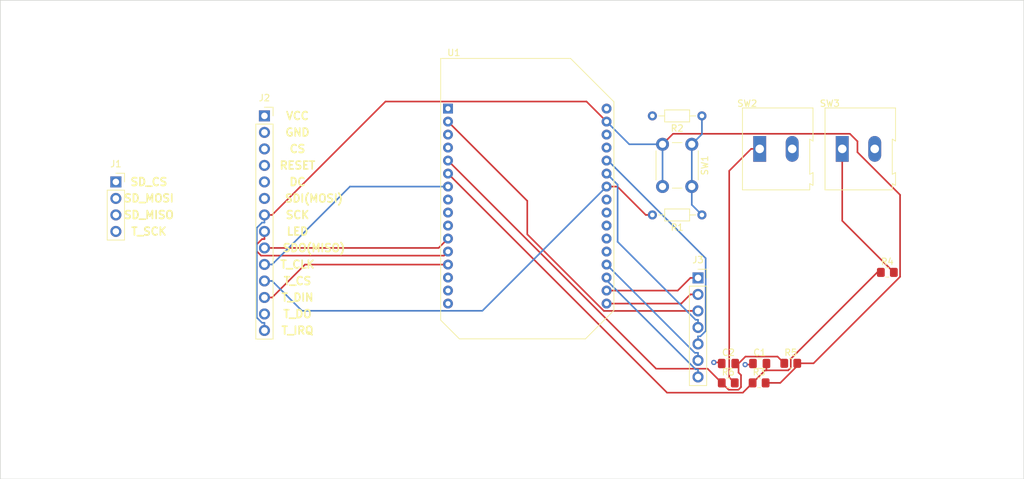
<source format=kicad_pcb>
(kicad_pcb (version 20211014) (generator pcbnew)
  (layers (0 "F.Cu" signal) (31 "B.Cu" signal) (34 "B.Paste" user) (35 "F.Paste" user) (36 "B.SilkS" user "B.Silkscreen") (37 "F.SilkS" user "F.Silkscreen") (38 "B.Mask" user) (39 "F.Mask" user) (44 "Edge.Cuts" user))
  (net 0 "")
  (net 1 "Net-(R1-Pad1)")
  (net 2 "GND")
  (net 3 "3.3V")
  (net 4 "Om7")
  (net 5 "Om8")
  (net 6 "Om15")
  (net 7 "Om38")
  (net 8 "Om6")
  (net 10 "Om11")
  (net 11 "Om3")
  (net 12 "Om2")
  (net 16 "Om17")
  (net 17 "Om16")
  (net 18 "Om46")
  (net 19 "Om45")
  (net 20 "Om9")
  (net 21 "Om1")
  (net 22 "Om0")
  (net 23 "OmRSTneg")
  (net 24 "Om5")
  (net 25 "Om4")
  (net 26 "Om19")
  (net 27 "Om18")
  (net 28 "OmRx+")
  (net 29 "OmRx-")
  (net 30 "OmTx+")
  (net 31 "OmTx-")
  (net 38 "Om3.3V")
  (net 39 "Om12")
  (net 40 "Om13")
  (net 41 "OmUSB-")
  (net 42 "OmUSB+")
  (net 43 "Net-(R4-Pad2)")
  (net 44 "Net-(R6-Pad2)")
  (footprint "Resistor_THT:R_Axial_DIN0204_L3.6mm_D1.6mm_P7.62mm_Horizontal" (layer "F.Cu") (at 161.29 81.28 180)
    (fp_text reference "R2" (at 3.81 -1.92) (layer "F.SilkS"))
    (fp_text value "3K2")
    (fp_line (start 1.89 0.92) (end 5.73 0.92) (layer "F.SilkS") (width 0.12))
    (fp_line (start 5.73 -0.92) (end 1.89 -0.92) (layer "F.SilkS") (width 0.12))
    (fp_line (start 1.89 -0.92) (end 1.89 0.92) (layer "F.SilkS") (width 0.12))
    (fp_line (start 0.94 0) (end 1.89 0) (layer "F.SilkS") (width 0.12))
    (fp_line (start 6.68 0) (end 5.73 0) (layer "F.SilkS") (width 0.12))
    (fp_line (start 5.73 0.92) (end 5.73 -0.92) (layer "F.SilkS") (width 0.12))
    (pad "1" thru_hole circle (at 0 0 180) (size 1.4 1.4) (drill 0.7) (layers *.Cu *.Mask) (net 1 "Net-(R1-Pad1)"))
    (pad "2" thru_hole oval (at 7.62 0 180) (size 1.4 1.4) (drill 0.7) (layers *.Cu *.Mask) (net 2 "GND"))
  )
  (footprint "TerminalBlock:TerminalBlock_Altech_AK300-2_P5.00mm" (layer "F.Cu") (at 170.18 86.36)
    (fp_text reference "SW2" (at -1.92 -6.99) (layer "F.SilkS"))
    (fp_text value "FW")
    (fp_line (start 8.2 3.7) (end 8.2 3.65) (layer "F.SilkS") (width 0.12))
    (fp_line (start 7.7 3.9) (end 7.7 -1.5) (layer "F.SilkS") (width 0.12))
    (fp_line (start 8.2 3.65) (end 7.7 3.9) (layer "F.SilkS") (width 0.12))
    (fp_line (start 7.7 -1.5) (end 8.2 -1.2) (layer "F.SilkS") (width 0.12))
    (fp_line (start -2.65 -6.3) (end -2.65 6.3) (layer "F.SilkS") (width 0.12))
    (fp_line (start 7.7 5.35) (end 8.2 5.6) (layer "F.SilkS") (width 0.12))
    (fp_line (start 7.7 6.3) (end 7.7 5.35) (layer "F.SilkS") (width 0.12))
    (fp_line (start 8.2 5.6) (end 8.2 3.7) (layer "F.SilkS") (width 0.12))
    (fp_line (start 8.2 -1.2) (end 8.2 -6.3) (layer "F.SilkS") (width 0.12))
    (fp_line (start -2.65 6.3) (end 7.7 6.3) (layer "F.SilkS") (width 0.12))
    (fp_line (start 8.2 -6.3) (end -2.65 -6.3) (layer "F.SilkS") (width 0.12))
    (pad "1" thru_hole rect (at 0 0) (size 1.98 3.96) (drill 1.32) (layers *.Cu *.Mask) (net 44 "Net-(R6-Pad2)"))
    (pad "2" thru_hole oval (at 5 0) (size 1.98 3.96) (drill 1.32) (layers *.Cu *.Mask) (net 2 "GND"))
  )
  (footprint "Resistor_SMD:R_0805_2012Metric_Pad1.20x1.40mm_HandSolder" (layer "F.Cu") (at 174.96 119.35)
    (fp_text reference "R5" (at 0 -1.65) (layer "F.SilkS"))
    (fp_text value "51k")
    (fp_line (start -0.227064 -0.735) (end 0.227064 -0.735) (layer "F.SilkS") (width 0.12))
    (fp_line (start -0.227064 0.735) (end 0.227064 0.735) (layer "F.SilkS") (width 0.12))
    (pad "1" smd roundrect (at -1 0) (size 1.2 1.4) (layers "F.Cu" "F.Paste" "F.Mask") (roundrect_rratio 0.208333) (net 16 "Om17"))
    (pad "2" smd roundrect (at 1 0) (size 1.2 1.4) (layers "F.Cu" "F.Paste" "F.Mask") (roundrect_rratio 0.208333) (net 3 "3.3V"))
  )
  (footprint "TerminalBlock:TerminalBlock_Altech_AK300-2_P5.00mm" (layer "F.Cu") (at 182.88 86.36)
    (fp_text reference "SW3" (at -1.92 -6.99) (layer "F.SilkS"))
    (fp_text value "BW")
    (fp_line (start 8.2 -6.3) (end -2.65 -6.3) (layer "F.SilkS") (width 0.12))
    (fp_line (start 7.7 5.35) (end 8.2 5.6) (layer "F.SilkS") (width 0.12))
    (fp_line (start -2.65 -6.3) (end -2.65 6.3) (layer "F.SilkS") (width 0.12))
    (fp_line (start 7.7 -1.5) (end 8.2 -1.2) (layer "F.SilkS") (width 0.12))
    (fp_line (start 8.2 5.6) (end 8.2 3.7) (layer "F.SilkS") (width 0.12))
    (fp_line (start 7.7 3.9) (end 7.7 -1.5) (layer "F.SilkS") (width 0.12))
    (fp_line (start 8.2 3.65) (end 7.7 3.9) (layer "F.SilkS") (width 0.12))
    (fp_line (start 8.2 3.7) (end 8.2 3.65) (layer "F.SilkS") (width 0.12))
    (fp_line (start -2.65 6.3) (end 7.7 6.3) (layer "F.SilkS") (width 0.12))
    (fp_line (start 8.2 -1.2) (end 8.2 -6.3) (layer "F.SilkS") (width 0.12))
    (fp_line (start 7.7 6.3) (end 7.7 5.35) (layer "F.SilkS") (width 0.12))
    (pad "1" thru_hole rect (at 0 0) (size 1.98 3.96) (drill 1.32) (layers *.Cu *.Mask) (net 43 "Net-(R4-Pad2)"))
    (pad "2" thru_hole oval (at 5 0) (size 1.98 3.96) (drill 1.32) (layers *.Cu *.Mask) (net 2 "GND"))
  )
  (footprint "Connector_PinSocket_2.54mm:PinSocket_1x04_P2.54mm_Vertical" (layer "F.Cu") (at 71.12 91.44)
    (fp_text reference "J1" (at 0 -2.77) (layer "F.SilkS"))
    (fp_text value "Conn_01x04_Female")
    (fp_line (start 1.33 1.27) (end 1.33 8.95) (layer "F.SilkS") (width 0.12))
    (fp_line (start 0 -1.33) (end 1.33 -1.33) (layer "F.SilkS") (width 0.12))
    (fp_line (start -1.33 1.27) (end 1.33 1.27) (layer "F.SilkS") (width 0.12))
    (fp_line (start -1.33 1.27) (end -1.33 8.95) (layer "F.SilkS") (width 0.12))
    (fp_line (start 1.33 -1.33) (end 1.33 0) (layer "F.SilkS") (width 0.12))
    (fp_line (start -1.33 8.95) (end 1.33 8.95) (layer "F.SilkS") (width 0.12))
    (pad "1" thru_hole rect (at 0 0) (size 1.7 1.7) (drill 1) (layers *.Cu *.Mask))
    (pad "2" thru_hole oval (at 0 2.54) (size 1.7 1.7) (drill 1) (layers *.Cu *.Mask))
    (pad "3" thru_hole oval (at 0 5.08) (size 1.7 1.7) (drill 1) (layers *.Cu *.Mask))
    (pad "4" thru_hole oval (at 0 7.62) (size 1.7 1.7) (drill 1) (layers *.Cu *.Mask))
  )
  (footprint "Resistor_SMD:R_0805_2012Metric_Pad1.20x1.40mm_HandSolder" (layer "F.Cu") (at 165.34 122.36)
    (fp_text reference "R6" (at 0 -1.65) (layer "F.SilkS"))
    (fp_text value "5.1k")
    (fp_line (start -0.227064 -0.735) (end 0.227064 -0.735) (layer "F.SilkS") (width 0.12))
    (fp_line (start -0.227064 0.735) (end 0.227064 0.735) (layer "F.SilkS") (width 0.12))
    (pad "1" smd roundrect (at -1 0) (size 1.2 1.4) (layers "F.Cu" "F.Paste" "F.Mask") (roundrect_rratio 0.208333) (net 16 "Om17"))
    (pad "2" smd roundrect (at 1 0) (size 1.2 1.4) (layers "F.Cu" "F.Paste" "F.Mask") (roundrect_rratio 0.208333) (net 44 "Net-(R6-Pad2)"))
  )
  (footprint "Module:Onion_Omega2+" (layer "F.Cu") (at 122.22 80.16)
    (fp_text reference "U1" (at 0.9 -8.6) (layer "F.SilkS"))
    (fp_text value "Omega2+")
    (fp_line (start 25.525 -1.05) (end 18.85 -7.725) (layer "F.SilkS") (width 0.12))
    (fp_line (start -1.125 32.55) (end 1.75 35.425) (layer "F.SilkS") (width 0.12))
    (fp_line (start 25.525 31.05) (end 25.525 -1.05) (layer "F.SilkS") (width 0.12))
    (fp_line (start 18.85 -7.725) (end -1.125 -7.725) (layer "F.SilkS") (width 0.12))
    (fp_line (start 1.75 35.425) (end 21.15 35.425) (layer "F.SilkS") (width 0.12))
    (fp_line (start 21.15 35.425) (end 25.525 31.05) (layer "F.SilkS") (width 0.12))
    (fp_line (start -1.125 -7.725) (end -1.125 32.55) (layer "F.SilkS") (width 0.12))
    (pad "1" thru_hole rect (at 0 0) (size 1.524 1.524) (drill 0.762) (layers *.Cu *.Mask) (net 2 "GND"))
    (pad "2" thru_hole circle (at 0 2) (size 1.524 1.524) (drill 0.762) (layers *.Cu *.Mask) (net 10 "Om11"))
    (pad "3" thru_hole circle (at 0 4) (size 1.524 1.524) (drill 0.762) (layers *.Cu *.Mask) (net 11 "Om3"))
    (pad "4" thru_hole circle (at 0 6) (size 1.524 1.524) (drill 0.762) (layers *.Cu *.Mask) (net 12 "Om2"))
    (pad "5" thru_hole circle (at 0 8) (size 1.524 1.524) (drill 0.762) (layers *.Cu *.Mask) (net 16 "Om17"))
    (pad "6" thru_hole circle (at 0 10) (size 1.524 1.524) (drill 0.762) (layers *.Cu *.Mask) (net 17 "Om16"))
    (pad "7" thru_hole circle (at 0 12) (size 1.524 1.524) (drill 0.762) (layers *.Cu *.Mask) (net 6 "Om15"))
    (pad "8" thru_hole circle (at 0 14) (size 1.524 1.524) (drill 0.762) (layers *.Cu *.Mask) (net 18 "Om46"))
    (pad "9" thru_hole circle (at 0 16) (size 1.524 1.524) (drill 0.762) (layers *.Cu *.Mask) (net 19 "Om45"))
    (pad "10" thru_hole circle (at 0 18) (size 1.524 1.524) (drill 0.762) (layers *.Cu *.Mask) (net 20 "Om9"))
    (pad "11" thru_hole circle (at 0 20) (size 1.524 1.524) (drill 0.762) (layers *.Cu *.Mask) (net 5 "Om8"))
    (pad "12" thru_hole circle (at 0 22) (size 1.524 1.524) (drill 0.762) (layers *.Cu *.Mask) (net 4 "Om7"))
    (pad "13" thru_hole circle (at 0 24) (size 1.524 1.524) (drill 0.762) (layers *.Cu *.Mask) (net 8 "Om6"))
    (pad "14" thru_hole circle (at 0 26) (size 1.524 1.524) (drill 0.762) (layers *.Cu *.Mask) (net 21 "Om1"))
    (pad "15" thru_hole circle (at 0 28) (size 1.524 1.524) (drill 0.762) (layers *.Cu *.Mask) (net 22 "Om0"))
    (pad "16" thru_hole circle (at 0 30) (size 1.524 1.524) (drill 0.762) (layers *.Cu *.Mask) (net 23 "OmRSTneg"))
    (pad "17" thru_hole circle (at 24.4 30) (size 1.524 1.524) (drill 0.762) (layers *.Cu *.Mask) (net 24 "Om5"))
    (pad "18" thru_hole circle (at 24.4 28) (size 1.524 1.524) (drill 0.762) (layers *.Cu *.Mask) (net 25 "Om4"))
    (pad "19" thru_hole circle (at 24.4 26) (size 1.524 1.524) (drill 0.762) (layers *.Cu *.Mask) (net 26 "Om19"))
    (pad "20" thru_hole circle (at 24.4 24) (size 1.524 1.524) (drill 0.762) (layers *.Cu *.Mask) (net 27 "Om18"))
    (pad "21" thru_hole circle (at 24.4 22) (size 1.524 1.524) (drill 0.762) (layers *.Cu *.Mask) (net 28 "OmRx+"))
    (pad "22" thru_hole circle (at 24.4 20) (size 1.524 1.524) (drill 0.762) (layers *.Cu *.Mask) (net 29 "OmRx-"))
    (pad "23" thru_hole circle (at 24.4 18) (size 1.524 1.524) (drill 0.762) (layers *.Cu *.Mask) (net 30 "OmTx+"))
    (pad "24" thru_hole circle (at 24.4 16) (size 1.524 1.524) (drill 0.762) (layers *.Cu *.Mask) (net 31 "OmTx-"))
    (pad "25" thru_hole circle (at 24.4 14) (size 1.524 1.524) (drill 0.762) (layers *.Cu *.Mask) (net 38 "Om3.3V"))
    (pad "26" thru_hole circle (at 24.4 12) (size 1.524 1.524) (drill 0.762) (layers *.Cu *.Mask) (net 7 "Om38"))
    (pad "27" thru_hole circle (at 24.4 10) (size 1.524 1.524) (drill 0.762) (layers *.Cu *.Mask) (net 39 "Om12"))
    (pad "28" thru_hole circle (at 24.4 8) (size 1.524 1.524) (drill 0.762) (layers *.Cu *.Mask) (net 40 "Om13"))
    (pad "29" thru_hole circle (at 24.4 6) (size 1.524 1.524) (drill 0.762) (layers *.Cu *.Mask) (net 41 "OmUSB-"))
    (pad "30" thru_hole circle (at 24.4 4) (size 1.524 1.524) (drill 0.762) (layers *.Cu *.Mask) (net 42 "OmUSB+"))
    (pad "31" thru_hole circle (at 24.4 2) (size 1.524 1.524) (drill 0.762) (layers *.Cu *.Mask) (net 3 "3.3V"))
    (pad "32" thru_hole circle (at 24.4 0) (size 1.524 1.524) (drill 0.762) (layers *.Cu *.Mask) (net 2 "GND"))
  )
  (footprint "Capacitor_SMD:C_0805_2012Metric_Pad1.18x1.45mm_HandSolder" (layer "F.Cu") (at 170.18 119.38)
    (fp_text reference "C1" (at 0 -1.68) (layer "F.SilkS"))
    (fp_text value "100n")
    (fp_line (start -0.261252 0.735) (end 0.261252 0.735) (layer "F.SilkS") (width 0.12))
    (fp_line (start -0.261252 -0.735) (end 0.261252 -0.735) (layer "F.SilkS") (width 0.12))
    (pad "1" smd roundrect (at -1.0375 0) (size 1.175 1.45) (layers "F.Cu" "F.Paste" "F.Mask") (roundrect_rratio 0.212766) (net 2 "GND"))
    (pad "2" smd roundrect (at 1.0375 0) (size 1.175 1.45) (layers "F.Cu" "F.Paste" "F.Mask") (roundrect_rratio 0.212766) (net 17 "Om16"))
  )
  (footprint "Capacitor_SMD:C_0805_2012Metric_Pad1.18x1.45mm_HandSolder" (layer "F.Cu") (at 165.37 119.38)
    (fp_text reference "C2" (at 0 -1.68) (layer "F.SilkS"))
    (fp_text value "100n")
    (fp_line (start -0.261252 -0.735) (end 0.261252 -0.735) (layer "F.SilkS") (width 0.12))
    (fp_line (start -0.261252 0.735) (end 0.261252 0.735) (layer "F.SilkS") (width 0.12))
    (pad "1" smd roundrect (at -1.0375 0) (size 1.175 1.45) (layers "F.Cu" "F.Paste" "F.Mask") (roundrect_rratio 0.212766) (net 2 "GND"))
    (pad "2" smd roundrect (at 1.0375 0) (size 1.175 1.45) (layers "F.Cu" "F.Paste" "F.Mask") (roundrect_rratio 0.212766) (net 16 "Om17"))
  )
  (footprint "Resistor_SMD:R_0805_2012Metric_Pad1.20x1.40mm_HandSolder" (layer "F.Cu") (at 189.82 105.36)
    (fp_text reference "R4" (at 0 -1.65) (layer "F.SilkS"))
    (fp_text value "5.1k")
    (fp_line (start -0.227064 0.735) (end 0.227064 0.735) (layer "F.SilkS") (width 0.12))
    (fp_line (start -0.227064 -0.735) (end 0.227064 -0.735) (layer "F.SilkS") (width 0.12))
    (pad "1" smd roundrect (at -1 0) (size 1.2 1.4) (layers "F.Cu" "F.Paste" "F.Mask") (roundrect_rratio 0.208333) (net 17 "Om16"))
    (pad "2" smd roundrect (at 1 0) (size 1.2 1.4) (layers "F.Cu" "F.Paste" "F.Mask") (roundrect_rratio 0.208333) (net 43 "Net-(R4-Pad2)"))
  )
  (footprint "Connector_PinSocket_2.54mm:PinSocket_1x07_P2.54mm_Vertical" (layer "F.Cu") (at 160.69 106.21)
    (fp_text reference "J3" (at 0 -2.77) (layer "F.SilkS"))
    (fp_text value "Conn_01x07_Female")
    (fp_line (start 1.33 1.27) (end 1.33 16.57) (layer "F.SilkS") (width 0.12))
    (fp_line (start -1.33 16.57) (end 1.33 16.57) (layer "F.SilkS") (width 0.12))
    (fp_line (start -1.33 1.27) (end -1.33 16.57) (layer "F.SilkS") (width 0.12))
    (fp_line (start 0 -1.33) (end 1.33 -1.33) (layer "F.SilkS") (width 0.12))
    (fp_line (start -1.33 1.27) (end 1.33 1.27) (layer "F.SilkS") (width 0.12))
    (fp_line (start 1.33 -1.33) (end 1.33 0) (layer "F.SilkS") (width 0.12))
    (pad "1" thru_hole rect (at 0 0) (size 1.7 1.7) (drill 1) (layers *.Cu *.Mask) (net 25 "Om4"))
    (pad "2" thru_hole oval (at 0 2.54) (size 1.7 1.7) (drill 1) (layers *.Cu *.Mask) (net 24 "Om5"))
    (pad "3" thru_hole oval (at 0 5.08) (size 1.7 1.7) (drill 1) (layers *.Cu *.Mask) (net 10 "Om11"))
    (pad "4" thru_hole oval (at 0 7.62) (size 1.7 1.7) (drill 1) (layers *.Cu *.Mask) (net 39 "Om12"))
    (pad "5" thru_hole oval (at 0 10.16) (size 1.7 1.7) (drill 1) (layers *.Cu *.Mask) (net 40 "Om13"))
    (pad "6" thru_hole oval (at 0 12.7) (size 1.7 1.7) (drill 1) (layers *.Cu *.Mask) (net 27 "Om18"))
    (pad "7" thru_hole oval (at 0 15.24) (size 1.7 1.7) (drill 1) (layers *.Cu *.Mask) (net 26 "Om19"))
  )
  (footprint "Button_Switch_THT:SW_PUSH_6mm" (layer "F.Cu") (at 159.73 85.65 -90)
    (fp_text reference "SW1" (at 3.25 -2 90) (layer "F.SilkS"))
    (fp_text value "SW_DIP_x01")
    (fp_line (start 6.75 3) (end 6.75 1.5) (layer "F.SilkS") (width 0.12))
    (fp_line (start 5.5 -1) (end 1 -1) (layer "F.SilkS") (width 0.12))
    (fp_line (start 1 5.5) (end 5.5 5.5) (layer "F.SilkS") (width 0.12))
    (fp_line (start -0.25 1.5) (end -0.25 3) (layer "F.SilkS") (width 0.12))
    (pad "1" thru_hole circle (at 6.5 0) (size 2 2) (drill 1.1) (layers *.Cu *.Mask) (net 1 "Net-(R1-Pad1)"))
    (pad "1" thru_hole circle (at 0 0) (size 2 2) (drill 1.1) (layers *.Cu *.Mask) (net 1 "Net-(R1-Pad1)"))
    (pad "2" thru_hole circle (at 0 4.5) (size 2 2) (drill 1.1) (layers *.Cu *.Mask) (net 3 "3.3V"))
    (pad "2" thru_hole circle (at 6.5 4.5) (size 2 2) (drill 1.1) (layers *.Cu *.Mask) (net 3 "3.3V"))
  )
  (footprint "Resistor_THT:R_Axial_DIN0204_L3.6mm_D1.6mm_P7.62mm_Horizontal" (layer "F.Cu") (at 161.29 96.52 180)
    (fp_text reference "R1" (at 3.81 -1.92) (layer "F.SilkS"))
    (fp_text value "3k")
    (fp_line (start 6.68 0) (end 5.73 0) (layer "F.SilkS") (width 0.12))
    (fp_line (start 0.94 0) (end 1.89 0) (layer "F.SilkS") (width 0.12))
    (fp_line (start 1.89 -0.92) (end 1.89 0.92) (layer "F.SilkS") (width 0.12))
    (fp_line (start 1.89 0.92) (end 5.73 0.92) (layer "F.SilkS") (width 0.12))
    (fp_line (start 5.73 0.92) (end 5.73 -0.92) (layer "F.SilkS") (width 0.12))
    (fp_line (start 5.73 -0.92) (end 1.89 -0.92) (layer "F.SilkS") (width 0.12))
    (pad "1" thru_hole circle (at 0 0 180) (size 1.4 1.4) (drill 0.7) (layers *.Cu *.Mask) (net 1 "Net-(R1-Pad1)"))
    (pad "2" thru_hole oval (at 7.62 0 180) (size 1.4 1.4) (drill 0.7) (layers *.Cu *.Mask) (net 7 "Om38"))
  )
  (footprint "Connector_PinSocket_2.54mm:PinSocket_1x14_P2.54mm_Vertical" (layer "F.Cu") (at 93.98 81.28)
    (fp_text reference "J2" (at 0 -2.77) (layer "F.SilkS"))
    (fp_text value "Conn_01x14_Female")
    (fp_line (start 0 -1.33) (end 1.33 -1.33) (layer "F.SilkS") (width 0.12))
    (fp_line (start 1.33 -1.33) (end 1.33 0) (layer "F.SilkS") (width 0.12))
    (fp_line (start -1.33 1.27) (end 1.33 1.27) (layer "F.SilkS") (width 0.12))
    (fp_line (start -1.33 34.35) (end 1.33 34.35) (layer "F.SilkS") (width 0.12))
    (fp_line (start -1.33 1.27) (end -1.33 34.35) (layer "F.SilkS") (width 0.12))
    (fp_line (start 1.33 1.27) (end 1.33 34.35) (layer "F.SilkS") (width 0.12))
    (pad "1" thru_hole rect (at 0 0) (size 1.7 1.7) (drill 1) (layers *.Cu *.Mask))
    (pad "2" thru_hole oval (at 0 2.54) (size 1.7 1.7) (drill 1) (layers *.Cu *.Mask))
    (pad "3" thru_hole oval (at 0 5.08) (size 1.7 1.7) (drill 1) (layers *.Cu *.Mask))
    (pad "4" thru_hole oval (at 0 7.62) (size 1.7 1.7) (drill 1) (layers *.Cu *.Mask))
    (pad "5" thru_hole oval (at 0 10.16) (size 1.7 1.7) (drill 1) (layers *.Cu *.Mask))
    (pad "6" thru_hole oval (at 0 12.7) (size 1.7 1.7) (drill 1) (layers *.Cu *.Mask))
    (pad "7" thru_hole oval (at 0 15.24) (size 1.7 1.7) (drill 1) (layers *.Cu *.Mask) (net 3 "3.3V"))
    (pad "8" thru_hole oval (at 0 17.78) (size 1.7 1.7) (drill 1) (layers *.Cu *.Mask) (net 4 "Om7"))
    (pad "9" thru_hole oval (at 0 20.32) (size 1.7 1.7) (drill 1) (layers *.Cu *.Mask) (net 5 "Om8"))
    (pad "10" thru_hole oval (at 0 22.86) (size 1.7 1.7) (drill 1) (layers *.Cu *.Mask) (net 6 "Om15"))
    (pad "11" thru_hole oval (at 0 25.4) (size 1.7 1.7) (drill 1) (layers *.Cu *.Mask) (net 7 "Om38"))
    (pad "12" thru_hole oval (at 0 27.94) (size 1.7 1.7) (drill 1) (layers *.Cu *.Mask) (net 8 "Om6"))
    (pad "13" thru_hole oval (at 0 30.48) (size 1.7 1.7) (drill 1) (layers *.Cu *.Mask) (net 2 "GND"))
    (pad "14" thru_hole oval (at 0 33.02) (size 1.7 1.7) (drill 1) (layers *.Cu *.Mask) (net 3 "3.3V"))
  )
  (footprint "Resistor_SMD:R_0805_2012Metric_Pad1.20x1.40mm_HandSolder" (layer "F.Cu") (at 170.09 122.36)
    (fp_text reference "R3" (at 0 -1.65) (layer "F.SilkS"))
    (fp_text value "51k")
    (fp_line (start -0.227064 -0.735) (end 0.227064 -0.735) (layer "F.SilkS") (width 0.12))
    (fp_line (start -0.227064 0.735) (end 0.227064 0.735) (layer "F.SilkS") (width 0.12))
    (pad "1" smd roundrect (at -1 0) (size 1.2 1.4) (layers "F.Cu" "F.Paste" "F.Mask") (roundrect_rratio 0.208333) (net 17 "Om16"))
    (pad "2" smd roundrect (at 1 0) (size 1.2 1.4) (layers "F.Cu" "F.Paste" "F.Mask") (roundrect_rratio 0.208333) (net 3 "3.3V"))
  )
  (gr_line (start 210.82 63.5) (end 210.82 137.16) (layer "Edge.Cuts") (width 0.1))
  (gr_line (start 53.34 63.5) (end 210.82 63.5) (layer "Edge.Cuts") (width 0.1))
  (gr_line (start 53.34 137.16) (end 53.34 63.5) (layer "Edge.Cuts") (width 0.1))
  (gr_line (start 210.82 137.16) (end 53.34 137.16) (layer "Edge.Cuts") (width 0.1))
  (gr_text "CS" (at 99.06 86.36) (layer "F.SilkS") (effects (font (size 1.2 1.2) (thickness 0.25))))
  (gr_text "SCK" (at 99.06 96.52) (layer "F.SilkS") (effects (font (size 1.2 1.2) (thickness 0.25))))
  (gr_text "SDO(MISO)" (at 101.6 101.6) (layer "F.SilkS") (effects (font (size 1.2 1.2) (thickness 0.25))))
  (gr_text "RESET" (at 99.06 88.9) (layer "F.SilkS") (effects (font (size 1.2 1.2) (thickness 0.25))))
  (gr_text "T_CS" (at 99.06 106.68) (layer "F.SilkS") (effects (font (size 1.2 1.2) (thickness 0.25))))
  (gr_text "DC" (at 99.06 91.44) (layer "F.SilkS") (effects (font (size 1.2 1.2) (thickness 0.25))))
  (gr_text "T_CLK" (at 99.06 104.14) (layer "F.SilkS") (effects (font (size 1.2 1.2) (thickness 0.25))))
  (gr_text "GND\n" (at 99.06 83.82) (layer "F.SilkS") (effects (font (size 1.2 1.2) (thickness 0.25))))
  (gr_text "T_DO" (at 99.06 111.76) (layer "F.SilkS") (effects (font (size 1.2 1.2) (thickness 0.25))))
  (gr_text "SD_MOSI" (at 76.2 93.954423) (layer "F.SilkS") (effects (font (size 1.2 1.2) (thickness 0.25))))
  (gr_text "LED" (at 99.06 99.06) (layer "F.SilkS") (effects (font (size 1.2 1.2) (thickness 0.25))))
  (gr_text "T_IRQ" (at 99.06 114.3) (layer "F.SilkS") (effects (font (size 1.2 1.2) (thickness 0.25))))
  (gr_text "SD_MISO" (at 76.2 96.52) (layer "F.SilkS") (effects (font (size 1.2 1.2) (thickness 0.25))))
  (gr_text "T_DIN" (at 99.06 109.22) (layer "F.SilkS") (effects (font (size 1.2 1.2) (thickness 0.25))))
  (gr_text "T_SCK" (at 76.2 99.06) (layer "F.SilkS") (effects (font (size 1.2 1.2) (thickness 0.25))))
  (gr_text "VCC\n" (at 99.06 81.28) (layer "F.SilkS") (effects (font (size 1.2 1.2) (thickness 0.25))))
  (gr_text "SDI(MOSI)" (at 101.6 93.98) (layer "F.SilkS") (effects (font (size 1.2 1.2) (thickness 0.25))))
  (gr_text "SD_CS" (at 76.2 91.44) (layer "F.SilkS") (effects (font (size 1.2 1.2) (thickness 0.25))))
  (segment (start 161.29 84.09) (end 161.29 81.28) (width 0.25) (layer "B.Cu") (net 1))
  (segment (start 159.73 85.65) (end 161.29 84.09) (width 0.25) (layer "B.Cu") (net 1))
  (segment (start 159.73 94.96) (end 159.73 92.15) (width 0.25) (layer "B.Cu") (net 1))
  (segment (start 161.29 96.52) (end 159.73 94.96) (width 0.25) (layer "B.Cu") (net 1))
  (segment (start 159.73 92.15) (end 159.73 85.65) (width 0.25) (layer "B.Cu") (net 1))
  (segment (start 168.975 119.5475) (end 169.1425 119.38) (width 0.25) (layer "F.Cu") (net 2))
  (segment (start 164.1682 119.2157) (end 164.3325 119.38) (width 0.25) (layer "F.Cu") (net 2))
  (segment (start 163.1246 119.2157) (end 164.1682 119.2157) (width 0.25) (layer "F.Cu") (net 2))
  (segment (start 167.9441 119.5475) (end 168.975 119.5475) (width 0.25) (layer "F.Cu") (net 2))
  (via (at 163.1246 119.2157) (size 0.8) (drill 0.4) (layers "F.Cu" "B.Cu") (net 2))
  (via (at 167.9441 119.5475) (size 0.8) (drill 0.4) (layers "F.Cu" "B.Cu") (net 2))
  (segment (start 184.0583 84.0363) (end 156.8437 84.0363) (width 0.25) (layer "F.Cu") (net 3))
  (segment (start 178.464 119.35) (end 191.7792 106.0348) (width 0.25) (layer "F.Cu") (net 3))
  (segment (start 171.09 122.36) (end 173.3481 122.36) (width 0.25) (layer "F.Cu") (net 3))
  (segment (start 143.5326 79.0726) (end 146.62 82.16) (width 0.25) (layer "F.Cu") (net 3))
  (segment (start 175.96 119.7481) (end 175.96 119.35) (width 0.25) (layer "F.Cu") (net 3))
  (segment (start 173.3481 122.36) (end 175.96 119.7481) (width 0.25) (layer "F.Cu") (net 3))
  (segment (start 156.8437 84.0363) (end 155.23 85.65) (width 0.25) (layer "F.Cu") (net 3))
  (segment (start 191.7792 93.4294) (end 185.2207 86.8709) (width 0.25) (layer "F.Cu") (net 3))
  (segment (start 185.2207 85.1987) (end 184.0583 84.0363) (width 0.25) (layer "F.Cu") (net 3))
  (segment (start 191.7792 106.0348) (end 191.7792 93.4294) (width 0.25) (layer "F.Cu") (net 3))
  (segment (start 93.98 96.52) (end 95.1553 96.52) (width 0.25) (layer "F.Cu") (net 3))
  (segment (start 95.1553 96.52) (end 112.6027 79.0726) (width 0.25) (layer "F.Cu") (net 3))
  (segment (start 185.2207 86.8709) (end 185.2207 85.1987) (width 0.25) (layer "F.Cu") (net 3))
  (segment (start 175.96 119.35) (end 178.464 119.35) (width 0.25) (layer "F.Cu") (net 3))
  (segment (start 112.6027 79.0726) (end 143.5326 79.0726) (width 0.25) (layer "F.Cu") (net 3))
  (segment (start 93.6127 113.1247) (end 92.8047 112.3167) (width 0.25) (layer "B.Cu") (net 3))
  (segment (start 93.98 96.52) (end 93.98 97.6953) (width 0.25) (layer "B.Cu") (net 3))
  (segment (start 155.23 85.65) (end 155.23 92.15) (width 0.25) (layer "B.Cu") (net 3))
  (segment (start 93.98 114.3) (end 93.98 113.1247) (width 0.25) (layer "B.Cu") (net 3))
  (segment (start 150.11 85.65) (end 146.62 82.16) (width 0.25) (layer "B.Cu") (net 3))
  (segment (start 93.98 113.1247) (end 93.6127 113.1247) (width 0.25) (layer "B.Cu") (net 3))
  (segment (start 92.8047 98.5032) (end 93.6126 97.6953) (width 0.25) (layer "B.Cu") (net 3))
  (segment (start 93.6126 97.6953) (end 93.98 97.6953) (width 0.25) (layer "B.Cu") (net 3))
  (segment (start 92.8047 112.3167) (end 92.8047 98.5032) (width 0.25) (layer "B.Cu") (net 3))
  (segment (start 155.23 85.65) (end 150.11 85.65) (width 0.25) (layer "B.Cu") (net 3))
  (segment (start 92.7799 101.0681) (end 92.7799 102.0967) (width 0.25) (layer "F.Cu") (net 4))
  (segment (start 93.4644 102.7812) (end 121.5988 102.7812) (width 0.25) (layer "F.Cu") (net 4))
  (segment (start 93.6127 100.2353) (end 92.7799 101.0681) (width 0.25) (layer "F.Cu") (net 4))
  (segment (start 121.5988 102.7812) (end 122.22 102.16) (width 0.25) (layer "F.Cu") (net 4))
  (segment (start 93.98 99.06) (end 93.98 100.2353) (width 0.25) (layer "F.Cu") (net 4))
  (segment (start 92.7799 102.0967) (end 93.4644 102.7812) (width 0.25) (layer "F.Cu") (net 4))
  (segment (start 93.98 100.2353) (end 93.6127 100.2353) (width 0.25) (layer "F.Cu") (net 4))
  (segment (start 93.98 101.6) (end 120.78 101.6) (width 0.25) (layer "F.Cu") (net 5))
  (segment (start 120.78 101.6) (end 122.22 100.16) (width 0.25) (layer "F.Cu") (net 5))
  (segment (start 93.98 104.14) (end 95.1553 104.14) (width 0.25) (layer "B.Cu") (net 6))
  (segment (start 95.1553 104.14) (end 107.1353 92.16) (width 0.25) (layer "B.Cu") (net 6))
  (segment (start 107.1353 92.16) (end 122.22 92.16) (width 0.25) (layer "B.Cu") (net 6))
  (segment (start 148.2847 92.16) (end 146.62 92.16) (width 0.25) (layer "F.Cu") (net 7))
  (segment (start 153.67 96.52) (end 152.6447 96.52) (width 0.25) (layer "F.Cu") (net 7))
  (segment (start 152.6447 96.52) (end 148.2847 92.16) (width 0.25) (layer "F.Cu") (net 7))
  (segment (start 93.98 106.68) (end 95.1553 106.68) (width 0.25) (layer "B.Cu") (net 7))
  (segment (start 127.5117 111.2683) (end 146.62 92.16) (width 0.25) (layer "B.Cu") (net 7))
  (segment (start 95.1553 106.68) (end 99.7436 111.2683) (width 0.25) (layer "B.Cu") (net 7))
  (segment (start 99.7436 111.2683) (end 127.5117 111.2683) (width 0.25) (layer "B.Cu") (net 7))
  (segment (start 93.98 109.22) (end 95.1553 109.22) (width 0.25) (layer "F.Cu") (net 8))
  (segment (start 100.2153 104.16) (end 122.22 104.16) (width 0.25) (layer "F.Cu") (net 8))
  (segment (start 95.1553 109.22) (end 100.2153 104.16) (width 0.25) (layer "F.Cu") (net 8))
  (segment (start 146.2068 111.29) (end 134.42 99.5032) (width 0.25) (layer "F.Cu") (net 10))
  (segment (start 160.69 111.29) (end 146.2068 111.29) (width 0.25) (layer "F.Cu") (net 10))
  (segment (start 134.42 99.5032) (end 134.42 94.36) (width 0.25) (layer "F.Cu") (net 10))
  (segment (start 134.42 94.36) (end 122.22 82.16) (width 0.25) (layer "F.Cu") (net 10))
  (segment (start 162.16 120.18) (end 164.34 122.36) (width 0.25) (layer "F.Cu") (net 16))
  (segment (start 167.3028 123.0221) (end 166.9079 123.417) (width 0.25) (layer "F.Cu") (net 16))
  (segment (start 166.9258 120.7779) (end 167.3028 121.1549) (width 0.25) (layer "F.Cu") (net 16))
  (segment (start 166.9079 123.417) (end 165.397 123.417) (width 0.25) (layer "F.Cu") (net 16))
  (segment (start 166.9258 119.38) (end 166.9258 120.7779) (width 0.25) (layer "F.Cu") (net 16))
  (segment (start 172.926 118.316) (end 173.96 119.35) (width 0.25) (layer "F.Cu") (net 16))
  (segment (start 166.4075 119.38) (end 166.9258 119.38) (width 0.25) (layer "F.Cu") (net 16))
  (segment (start 167.3028 121.1549) (end 167.3028 123.0221) (width 0.25) (layer "F.Cu") (net 16))
  (segment (start 165.397 123.417) (end 164.34 122.36) (width 0.25) (layer "F.Cu") (net 16))
  (segment (start 154.24 120.18) (end 162.16 120.18) (width 0.25) (layer "F.Cu") (net 16))
  (segment (start 122.22 88.16) (end 154.24 120.18) (width 0.25) (layer "F.Cu") (net 16))
  (segment (start 166.9258 119.38) (end 167.9898 118.316) (width 0.25) (layer "F.Cu") (net 16))
  (segment (start 167.9898 118.316) (end 172.926 118.316) (width 0.25) (layer "F.Cu") (net 16))
  (segment (start 174.96 118.6597) (end 188.2597 105.36) (width 0.25) (layer "F.Cu") (net 17))
  (segment (start 174.96 120.0317) (end 174.96 118.6597) (width 0.25) (layer "F.Cu") (net 17))
  (segment (start 171.2175 120.4315) (end 171.2175 120.4314) (width 0.25) (layer "F.Cu") (net 17))
  (segment (start 167.5827 123.8673) (end 169.09 122.36) (width 0.25) (layer "F.Cu") (net 17))
  (segment (start 169.09 122.36) (end 171.0185 120.4315) (width 0.25) (layer "F.Cu") (net 17))
  (segment (start 171.2175 120.4314) (end 171.2175 119.38) (width 0.25) (layer "F.Cu") (net 17))
  (segment (start 171.0185 120.4315) (end 171.2175 120.4315) (width 0.25) (layer "F.Cu") (net 17))
  (segment (start 174.5603 120.4314) (end 174.96 120.0317) (width 0.25) (layer "F.Cu") (net 17))
  (segment (start 155.9273 123.8673) (end 167.5827 123.8673) (width 0.25) (layer "F.Cu") (net 17))
  (segment (start 122.22 90.16) (end 155.9273 123.8673) (width 0.25) (layer "F.Cu") (net 17))
  (segment (start 171.2175 120.4314) (end 174.5603 120.4314) (width 0.25) (layer "F.Cu") (net 17))
  (segment (start 188.2597 105.36) (end 188.82 105.36) (width 0.25) (layer "F.Cu") (net 17))
  (segment (start 158.1047 110.16) (end 146.62 110.16) (width 0.25) (layer "F.Cu") (net 24))
  (segment (start 160.69 108.75) (end 159.5147 108.75) (width 0.25) (layer "F.Cu") (net 24))
  (segment (start 159.5147 108.75) (end 158.1047 110.16) (width 0.25) (layer "F.Cu") (net 24))
  (segment (start 157.5647 108.16) (end 146.62 108.16) (width 0.25) (layer "F.Cu") (net 25))
  (segment (start 159.5147 106.21) (end 157.5647 108.16) (width 0.25) (layer "F.Cu") (net 25))
  (segment (start 160.69 106.21) (end 159.5147 106.21) (width 0.25) (layer "F.Cu") (net 25))
  (segment (start 160.3226 120.2747) (end 146.62 106.5721) (width 0.25) (layer "B.Cu") (net 26))
  (segment (start 160.69 120.2747) (end 160.3226 120.2747) (width 0.25) (layer "B.Cu") (net 26))
  (segment (start 160.69 121.45) (end 160.69 120.2747) (width 0.25) (layer "B.Cu") (net 26))
  (segment (start 146.62 106.5721) (end 146.62 106.16) (width 0.25) (layer "B.Cu") (net 26))
  (segment (start 160.1947 117.7347) (end 146.62 104.16) (width 0.25) (layer "B.Cu") (net 27))
  (segment (start 160.69 117.7347) (end 160.1947 117.7347) (width 0.25) (layer "B.Cu") (net 27))
  (segment (start 160.69 118.91) (end 160.69 117.7347) (width 0.25) (layer "B.Cu") (net 27))
  (segment (start 160.3227 112.6547) (end 148.3184 100.6504) (width 0.25) (layer "B.Cu") (net 39))
  (segment (start 148.3184 91.8584) (end 146.62 90.16) (width 0.25) (layer "B.Cu") (net 39))
  (segment (start 160.69 113.83) (end 160.69 112.6547) (width 0.25) (layer "B.Cu") (net 39))
  (segment (start 148.3184 100.6504) (end 148.3184 91.8584) (width 0.25) (layer "B.Cu") (net 39))
  (segment (start 160.69 112.6547) (end 160.3227 112.6547) (width 0.25) (layer "B.Cu") (net 39))
  (segment (start 160.69 116.37) (end 160.69 115.1947) (width 0.25) (layer "B.Cu") (net 40))
  (segment (start 161.0573 115.1947) (end 161.8654 114.3866) (width 0.25) (layer "B.Cu") (net 40))
  (segment (start 161.8654 103.1854) (end 146.84 88.16) (width 0.25) (layer "B.Cu") (net 40))
  (segment (start 146.84 88.16) (end 146.62 88.16) (width 0.25) (layer "B.Cu") (net 40))
  (segment (start 161.8654 114.3866) (end 161.8654 103.1854) (width 0.25) (layer "B.Cu") (net 40))
  (segment (start 160.69 115.1947) (end 161.0573 115.1947) (width 0.25) (layer "B.Cu") (net 40))
  (segment (start 190.82 105.36) (end 182.88 97.42) (width 0.25) (layer "F.Cu") (net 43))
  (segment (start 182.88 97.42) (end 182.88 86.36) (width 0.25) (layer "F.Cu") (net 43))
  (segment (start 170.18 86.36) (end 168.8647 86.36) (width 0.25) (layer "F.Cu") (net 44))
  (segment (start 166.34 122.36) (end 165.4912 121.5112) (width 0.25) (layer "F.Cu") (net 44))
  (segment (start 165.4912 89.7335) (end 168.8647 86.36) (width 0.25) (layer "F.Cu") (net 44))
  (segment (start 165.4912 121.5112) (end 165.4912 89.7335) (width 0.25) (layer "F.Cu") (net 44))
)
</source>
